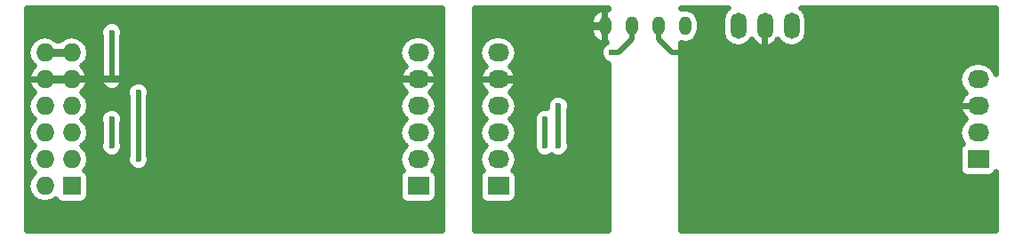
<source format=gbl>
G04 #@! TF.FileFunction,Copper,L2,Bot,Signal*
%FSLAX46Y46*%
G04 Gerber Fmt 4.6, Leading zero omitted, Abs format (unit mm)*
G04 Created by KiCad (PCBNEW 4.0.2+e4-6225~38~ubuntu15.10.1-stable) date Do 16 Jun 2016 08:59:28 CEST*
%MOMM*%
G01*
G04 APERTURE LIST*
%ADD10C,0.100000*%
%ADD11R,1.727200X1.727200*%
%ADD12O,1.727200X1.727200*%
%ADD13R,2.032000X1.727200*%
%ADD14O,2.032000X1.727200*%
%ADD15O,1.501140X2.499360*%
%ADD16O,1.200000X1.800000*%
%ADD17C,0.600000*%
%ADD18C,0.500000*%
%ADD19C,0.800000*%
%ADD20C,0.700000*%
G04 APERTURE END LIST*
D10*
D11*
X91440000Y-111760000D03*
D12*
X88900000Y-111760000D03*
X91440000Y-109220000D03*
X88900000Y-109220000D03*
X91440000Y-106680000D03*
X88900000Y-106680000D03*
X91440000Y-104140000D03*
X88900000Y-104140000D03*
X91440000Y-101600000D03*
X88900000Y-101600000D03*
X91440000Y-99060000D03*
X88900000Y-99060000D03*
D13*
X132080000Y-111760000D03*
D14*
X132080000Y-109220000D03*
X132080000Y-106680000D03*
X132080000Y-104140000D03*
X132080000Y-101600000D03*
X132080000Y-99060000D03*
D13*
X177800000Y-109220000D03*
D14*
X177800000Y-106680000D03*
X177800000Y-104140000D03*
X177800000Y-101600000D03*
D15*
X157480000Y-96520000D03*
X154940000Y-96520000D03*
X160020000Y-96520000D03*
D13*
X124460000Y-111760000D03*
D14*
X124460000Y-109220000D03*
X124460000Y-106680000D03*
X124460000Y-104140000D03*
X124460000Y-101600000D03*
X124460000Y-99060000D03*
D16*
X142240000Y-96520000D03*
X144780000Y-96520000D03*
X147320000Y-96520000D03*
X149860000Y-96520000D03*
D17*
X95250000Y-97155000D03*
X95250000Y-101600000D03*
X102235000Y-113665000D03*
X109220000Y-113665000D03*
X141605000Y-111760000D03*
X141605000Y-101600000D03*
X141605000Y-107950000D03*
X120650000Y-102235000D03*
X112395000Y-100330000D03*
X142875000Y-99060000D03*
X137795000Y-104140000D03*
X137795000Y-107950000D03*
X159385000Y-110490000D03*
X175260000Y-97790000D03*
X170815000Y-102235000D03*
X162560000Y-103505000D03*
X156845000Y-104775000D03*
X151765000Y-104775000D03*
X97790000Y-109220000D03*
X97790000Y-102870000D03*
X95250000Y-107950000D03*
X95250000Y-105410000D03*
X136525000Y-107950000D03*
X136525000Y-105410000D03*
D18*
X95250000Y-97155000D02*
X95250000Y-101600000D01*
X109220000Y-113665000D02*
X102235000Y-113665000D01*
X141605000Y-107950000D02*
X141605000Y-111760000D01*
X132080000Y-101600000D02*
X141605000Y-101600000D01*
X141605000Y-101600000D02*
X141605000Y-107950000D01*
D19*
X132080000Y-101600000D02*
X133985000Y-101600000D01*
X133985000Y-101600000D02*
X139065000Y-96520000D01*
X139065000Y-96520000D02*
X142240000Y-96520000D01*
D20*
X120650000Y-101600000D02*
X124460000Y-101600000D01*
X91440000Y-101600000D02*
X112395000Y-101600000D01*
D19*
X112395000Y-101600000D02*
X120650000Y-101600000D01*
D18*
X120650000Y-102235000D02*
X120650000Y-101600000D01*
X112395000Y-100330000D02*
X112395000Y-101600000D01*
D19*
X88900000Y-101600000D02*
X91440000Y-101600000D01*
D18*
X144780000Y-96520000D02*
X144780000Y-97790000D01*
X143510000Y-99060000D02*
X144780000Y-97790000D01*
X143510000Y-99060000D02*
X142875000Y-99060000D01*
X137795000Y-107950000D02*
X137795000Y-104140000D01*
D19*
X88900000Y-99060000D02*
X91440000Y-99060000D01*
D18*
X159385000Y-110490000D02*
X159385000Y-111760000D01*
X170815000Y-102235000D02*
X175260000Y-97790000D01*
X162560000Y-103505000D02*
X162560000Y-102235000D01*
X162560000Y-102235000D02*
X170815000Y-102235000D01*
X151765000Y-100330000D02*
X151765000Y-104775000D01*
X150495000Y-99060000D02*
X151765000Y-100330000D01*
X148590000Y-99060000D02*
X150495000Y-99060000D01*
X147320000Y-97790000D02*
X148590000Y-99060000D01*
X147320000Y-96520000D02*
X147320000Y-97790000D01*
X156845000Y-104775000D02*
X160020000Y-104775000D01*
X160020000Y-104775000D02*
X162560000Y-103505000D01*
X156845000Y-104775000D02*
X151765000Y-104775000D01*
X97790000Y-102870000D02*
X97790000Y-109220000D01*
X95250000Y-107950000D02*
X95250000Y-105410000D01*
X136525000Y-105410000D02*
X136525000Y-107950000D01*
G36*
X153878937Y-94920651D02*
X153553654Y-95407471D01*
X153439430Y-95981714D01*
X153439430Y-97058286D01*
X153553654Y-97632529D01*
X153878937Y-98119349D01*
X154365757Y-98444632D01*
X154940000Y-98558856D01*
X155514243Y-98444632D01*
X156001063Y-98119349D01*
X156220938Y-97790284D01*
X156454292Y-98115528D01*
X156951950Y-98424590D01*
X157196005Y-98492561D01*
X157430000Y-98331228D01*
X157430000Y-96570000D01*
X157410000Y-96570000D01*
X157410000Y-96470000D01*
X157430000Y-96470000D01*
X157430000Y-96450000D01*
X157530000Y-96450000D01*
X157530000Y-96470000D01*
X157550000Y-96470000D01*
X157550000Y-96570000D01*
X157530000Y-96570000D01*
X157530000Y-98331228D01*
X157763995Y-98492561D01*
X158008050Y-98424590D01*
X158505708Y-98115528D01*
X158739062Y-97790284D01*
X158958937Y-98119349D01*
X159445757Y-98444632D01*
X160020000Y-98558856D01*
X160594243Y-98444632D01*
X161081063Y-98119349D01*
X161406346Y-97632529D01*
X161520570Y-97058286D01*
X161520570Y-95981714D01*
X161406346Y-95407471D01*
X161081063Y-94920651D01*
X160907979Y-94805000D01*
X179515000Y-94805000D01*
X179515000Y-101169670D01*
X179477770Y-100982502D01*
X179127986Y-100459012D01*
X178604496Y-100109228D01*
X177986998Y-99986400D01*
X177613002Y-99986400D01*
X176995504Y-100109228D01*
X176472014Y-100459012D01*
X176122230Y-100982502D01*
X175999402Y-101600000D01*
X176122230Y-102217498D01*
X176472014Y-102740988D01*
X176683890Y-102882559D01*
X176471257Y-103034368D01*
X176137694Y-103568696D01*
X176062453Y-103838314D01*
X176222377Y-104090000D01*
X177750000Y-104090000D01*
X177750000Y-104070000D01*
X177850000Y-104070000D01*
X177850000Y-104090000D01*
X177870000Y-104090000D01*
X177870000Y-104190000D01*
X177850000Y-104190000D01*
X177850000Y-104210000D01*
X177750000Y-104210000D01*
X177750000Y-104190000D01*
X176222377Y-104190000D01*
X176062453Y-104441686D01*
X176137694Y-104711304D01*
X176471257Y-105245632D01*
X176683890Y-105397441D01*
X176472014Y-105539012D01*
X176122230Y-106062502D01*
X175999402Y-106680000D01*
X176122230Y-107297498D01*
X176399554Y-107712543D01*
X176250802Y-107808262D01*
X176079554Y-108058892D01*
X176019307Y-108356400D01*
X176019307Y-110083600D01*
X176071604Y-110361533D01*
X176235862Y-110616798D01*
X176486492Y-110788046D01*
X176784000Y-110848293D01*
X178816000Y-110848293D01*
X179093933Y-110795996D01*
X179349198Y-110631738D01*
X179515000Y-110389078D01*
X179515000Y-116015000D01*
X149475000Y-116015000D01*
X149475000Y-98125744D01*
X149860000Y-98202325D01*
X150376623Y-98099562D01*
X150814594Y-97806919D01*
X151107237Y-97368948D01*
X151210000Y-96852325D01*
X151210000Y-96187675D01*
X151107237Y-95671052D01*
X150814594Y-95233081D01*
X150376623Y-94940438D01*
X149860000Y-94837675D01*
X149475000Y-94914256D01*
X149475000Y-94805000D01*
X154052021Y-94805000D01*
X153878937Y-94920651D01*
X153878937Y-94920651D01*
G37*
X153878937Y-94920651D02*
X153553654Y-95407471D01*
X153439430Y-95981714D01*
X153439430Y-97058286D01*
X153553654Y-97632529D01*
X153878937Y-98119349D01*
X154365757Y-98444632D01*
X154940000Y-98558856D01*
X155514243Y-98444632D01*
X156001063Y-98119349D01*
X156220938Y-97790284D01*
X156454292Y-98115528D01*
X156951950Y-98424590D01*
X157196005Y-98492561D01*
X157430000Y-98331228D01*
X157430000Y-96570000D01*
X157410000Y-96570000D01*
X157410000Y-96470000D01*
X157430000Y-96470000D01*
X157430000Y-96450000D01*
X157530000Y-96450000D01*
X157530000Y-96470000D01*
X157550000Y-96470000D01*
X157550000Y-96570000D01*
X157530000Y-96570000D01*
X157530000Y-98331228D01*
X157763995Y-98492561D01*
X158008050Y-98424590D01*
X158505708Y-98115528D01*
X158739062Y-97790284D01*
X158958937Y-98119349D01*
X159445757Y-98444632D01*
X160020000Y-98558856D01*
X160594243Y-98444632D01*
X161081063Y-98119349D01*
X161406346Y-97632529D01*
X161520570Y-97058286D01*
X161520570Y-95981714D01*
X161406346Y-95407471D01*
X161081063Y-94920651D01*
X160907979Y-94805000D01*
X179515000Y-94805000D01*
X179515000Y-101169670D01*
X179477770Y-100982502D01*
X179127986Y-100459012D01*
X178604496Y-100109228D01*
X177986998Y-99986400D01*
X177613002Y-99986400D01*
X176995504Y-100109228D01*
X176472014Y-100459012D01*
X176122230Y-100982502D01*
X175999402Y-101600000D01*
X176122230Y-102217498D01*
X176472014Y-102740988D01*
X176683890Y-102882559D01*
X176471257Y-103034368D01*
X176137694Y-103568696D01*
X176062453Y-103838314D01*
X176222377Y-104090000D01*
X177750000Y-104090000D01*
X177750000Y-104070000D01*
X177850000Y-104070000D01*
X177850000Y-104090000D01*
X177870000Y-104090000D01*
X177870000Y-104190000D01*
X177850000Y-104190000D01*
X177850000Y-104210000D01*
X177750000Y-104210000D01*
X177750000Y-104190000D01*
X176222377Y-104190000D01*
X176062453Y-104441686D01*
X176137694Y-104711304D01*
X176471257Y-105245632D01*
X176683890Y-105397441D01*
X176472014Y-105539012D01*
X176122230Y-106062502D01*
X175999402Y-106680000D01*
X176122230Y-107297498D01*
X176399554Y-107712543D01*
X176250802Y-107808262D01*
X176079554Y-108058892D01*
X176019307Y-108356400D01*
X176019307Y-110083600D01*
X176071604Y-110361533D01*
X176235862Y-110616798D01*
X176486492Y-110788046D01*
X176784000Y-110848293D01*
X178816000Y-110848293D01*
X179093933Y-110795996D01*
X179349198Y-110631738D01*
X179515000Y-110389078D01*
X179515000Y-116015000D01*
X149475000Y-116015000D01*
X149475000Y-98125744D01*
X149860000Y-98202325D01*
X150376623Y-98099562D01*
X150814594Y-97806919D01*
X151107237Y-97368948D01*
X151210000Y-96852325D01*
X151210000Y-96187675D01*
X151107237Y-95671052D01*
X150814594Y-95233081D01*
X150376623Y-94940438D01*
X149860000Y-94837675D01*
X149475000Y-94914256D01*
X149475000Y-94805000D01*
X154052021Y-94805000D01*
X153878937Y-94920651D01*
G36*
X142625000Y-94929924D02*
X142500426Y-94895357D01*
X142290000Y-95058576D01*
X142290000Y-96470000D01*
X142310000Y-96470000D01*
X142310000Y-96570000D01*
X142290000Y-96570000D01*
X142290000Y-97981424D01*
X142444932Y-98101599D01*
X142281000Y-98169334D01*
X141985372Y-98464446D01*
X141825182Y-98850226D01*
X141824818Y-99267942D01*
X141984334Y-99654000D01*
X142279446Y-99949628D01*
X142625000Y-100093115D01*
X142625000Y-116015000D01*
X129790000Y-116015000D01*
X129790000Y-104140000D01*
X130279402Y-104140000D01*
X130402230Y-104757498D01*
X130752014Y-105280988D01*
X130945095Y-105410000D01*
X130752014Y-105539012D01*
X130402230Y-106062502D01*
X130279402Y-106680000D01*
X130402230Y-107297498D01*
X130752014Y-107820988D01*
X130945095Y-107950000D01*
X130752014Y-108079012D01*
X130402230Y-108602502D01*
X130279402Y-109220000D01*
X130402230Y-109837498D01*
X130679554Y-110252543D01*
X130530802Y-110348262D01*
X130359554Y-110598892D01*
X130299307Y-110896400D01*
X130299307Y-112623600D01*
X130351604Y-112901533D01*
X130515862Y-113156798D01*
X130766492Y-113328046D01*
X131064000Y-113388293D01*
X133096000Y-113388293D01*
X133373933Y-113335996D01*
X133629198Y-113171738D01*
X133800446Y-112921108D01*
X133860693Y-112623600D01*
X133860693Y-110896400D01*
X133808396Y-110618467D01*
X133644138Y-110363202D01*
X133480991Y-110251728D01*
X133757770Y-109837498D01*
X133880598Y-109220000D01*
X133757770Y-108602502D01*
X133407986Y-108079012D01*
X133214905Y-107950000D01*
X133407986Y-107820988D01*
X133757770Y-107297498D01*
X133880598Y-106680000D01*
X133757770Y-106062502D01*
X133460726Y-105617942D01*
X135474818Y-105617942D01*
X135525000Y-105739392D01*
X135525000Y-107620251D01*
X135475182Y-107740226D01*
X135474818Y-108157942D01*
X135634334Y-108544000D01*
X135929446Y-108839628D01*
X136315226Y-108999818D01*
X136732942Y-109000182D01*
X137119000Y-108840666D01*
X137159812Y-108799925D01*
X137199446Y-108839628D01*
X137585226Y-108999818D01*
X138002942Y-109000182D01*
X138389000Y-108840666D01*
X138684628Y-108545554D01*
X138844818Y-108159774D01*
X138845182Y-107742058D01*
X138795000Y-107620608D01*
X138795000Y-104469749D01*
X138844818Y-104349774D01*
X138845182Y-103932058D01*
X138685666Y-103546000D01*
X138390554Y-103250372D01*
X138004774Y-103090182D01*
X137587058Y-103089818D01*
X137201000Y-103249334D01*
X136905372Y-103544446D01*
X136745182Y-103930226D01*
X136744818Y-104347942D01*
X136753003Y-104367751D01*
X136734774Y-104360182D01*
X136317058Y-104359818D01*
X135931000Y-104519334D01*
X135635372Y-104814446D01*
X135475182Y-105200226D01*
X135474818Y-105617942D01*
X133460726Y-105617942D01*
X133407986Y-105539012D01*
X133214905Y-105410000D01*
X133407986Y-105280988D01*
X133757770Y-104757498D01*
X133880598Y-104140000D01*
X133757770Y-103522502D01*
X133407986Y-102999012D01*
X133196110Y-102857441D01*
X133408743Y-102705632D01*
X133742306Y-102171304D01*
X133817547Y-101901686D01*
X133657623Y-101650000D01*
X132130000Y-101650000D01*
X132130000Y-101670000D01*
X132030000Y-101670000D01*
X132030000Y-101650000D01*
X130502377Y-101650000D01*
X130342453Y-101901686D01*
X130417694Y-102171304D01*
X130751257Y-102705632D01*
X130963890Y-102857441D01*
X130752014Y-102999012D01*
X130402230Y-103522502D01*
X130279402Y-104140000D01*
X129790000Y-104140000D01*
X129790000Y-99060000D01*
X130279402Y-99060000D01*
X130402230Y-99677498D01*
X130752014Y-100200988D01*
X130963890Y-100342559D01*
X130751257Y-100494368D01*
X130417694Y-101028696D01*
X130342453Y-101298314D01*
X130502377Y-101550000D01*
X132030000Y-101550000D01*
X132030000Y-101530000D01*
X132130000Y-101530000D01*
X132130000Y-101550000D01*
X133657623Y-101550000D01*
X133817547Y-101298314D01*
X133742306Y-101028696D01*
X133408743Y-100494368D01*
X133196110Y-100342559D01*
X133407986Y-100200988D01*
X133757770Y-99677498D01*
X133880598Y-99060000D01*
X133757770Y-98442502D01*
X133407986Y-97919012D01*
X132884496Y-97569228D01*
X132266998Y-97446400D01*
X131893002Y-97446400D01*
X131275504Y-97569228D01*
X130752014Y-97919012D01*
X130402230Y-98442502D01*
X130279402Y-99060000D01*
X129790000Y-99060000D01*
X129790000Y-96570000D01*
X140890000Y-96570000D01*
X140890000Y-96870000D01*
X141011897Y-97382817D01*
X141320762Y-97809950D01*
X141769572Y-98086372D01*
X141979574Y-98144643D01*
X142190000Y-97981424D01*
X142190000Y-96570000D01*
X140890000Y-96570000D01*
X129790000Y-96570000D01*
X129790000Y-96170000D01*
X140890000Y-96170000D01*
X140890000Y-96470000D01*
X142190000Y-96470000D01*
X142190000Y-95058576D01*
X141979574Y-94895357D01*
X141769572Y-94953628D01*
X141320762Y-95230050D01*
X141011897Y-95657183D01*
X140890000Y-96170000D01*
X129790000Y-96170000D01*
X129790000Y-94805000D01*
X142625000Y-94805000D01*
X142625000Y-94929924D01*
X142625000Y-94929924D01*
G37*
X142625000Y-94929924D02*
X142500426Y-94895357D01*
X142290000Y-95058576D01*
X142290000Y-96470000D01*
X142310000Y-96470000D01*
X142310000Y-96570000D01*
X142290000Y-96570000D01*
X142290000Y-97981424D01*
X142444932Y-98101599D01*
X142281000Y-98169334D01*
X141985372Y-98464446D01*
X141825182Y-98850226D01*
X141824818Y-99267942D01*
X141984334Y-99654000D01*
X142279446Y-99949628D01*
X142625000Y-100093115D01*
X142625000Y-116015000D01*
X129790000Y-116015000D01*
X129790000Y-104140000D01*
X130279402Y-104140000D01*
X130402230Y-104757498D01*
X130752014Y-105280988D01*
X130945095Y-105410000D01*
X130752014Y-105539012D01*
X130402230Y-106062502D01*
X130279402Y-106680000D01*
X130402230Y-107297498D01*
X130752014Y-107820988D01*
X130945095Y-107950000D01*
X130752014Y-108079012D01*
X130402230Y-108602502D01*
X130279402Y-109220000D01*
X130402230Y-109837498D01*
X130679554Y-110252543D01*
X130530802Y-110348262D01*
X130359554Y-110598892D01*
X130299307Y-110896400D01*
X130299307Y-112623600D01*
X130351604Y-112901533D01*
X130515862Y-113156798D01*
X130766492Y-113328046D01*
X131064000Y-113388293D01*
X133096000Y-113388293D01*
X133373933Y-113335996D01*
X133629198Y-113171738D01*
X133800446Y-112921108D01*
X133860693Y-112623600D01*
X133860693Y-110896400D01*
X133808396Y-110618467D01*
X133644138Y-110363202D01*
X133480991Y-110251728D01*
X133757770Y-109837498D01*
X133880598Y-109220000D01*
X133757770Y-108602502D01*
X133407986Y-108079012D01*
X133214905Y-107950000D01*
X133407986Y-107820988D01*
X133757770Y-107297498D01*
X133880598Y-106680000D01*
X133757770Y-106062502D01*
X133460726Y-105617942D01*
X135474818Y-105617942D01*
X135525000Y-105739392D01*
X135525000Y-107620251D01*
X135475182Y-107740226D01*
X135474818Y-108157942D01*
X135634334Y-108544000D01*
X135929446Y-108839628D01*
X136315226Y-108999818D01*
X136732942Y-109000182D01*
X137119000Y-108840666D01*
X137159812Y-108799925D01*
X137199446Y-108839628D01*
X137585226Y-108999818D01*
X138002942Y-109000182D01*
X138389000Y-108840666D01*
X138684628Y-108545554D01*
X138844818Y-108159774D01*
X138845182Y-107742058D01*
X138795000Y-107620608D01*
X138795000Y-104469749D01*
X138844818Y-104349774D01*
X138845182Y-103932058D01*
X138685666Y-103546000D01*
X138390554Y-103250372D01*
X138004774Y-103090182D01*
X137587058Y-103089818D01*
X137201000Y-103249334D01*
X136905372Y-103544446D01*
X136745182Y-103930226D01*
X136744818Y-104347942D01*
X136753003Y-104367751D01*
X136734774Y-104360182D01*
X136317058Y-104359818D01*
X135931000Y-104519334D01*
X135635372Y-104814446D01*
X135475182Y-105200226D01*
X135474818Y-105617942D01*
X133460726Y-105617942D01*
X133407986Y-105539012D01*
X133214905Y-105410000D01*
X133407986Y-105280988D01*
X133757770Y-104757498D01*
X133880598Y-104140000D01*
X133757770Y-103522502D01*
X133407986Y-102999012D01*
X133196110Y-102857441D01*
X133408743Y-102705632D01*
X133742306Y-102171304D01*
X133817547Y-101901686D01*
X133657623Y-101650000D01*
X132130000Y-101650000D01*
X132130000Y-101670000D01*
X132030000Y-101670000D01*
X132030000Y-101650000D01*
X130502377Y-101650000D01*
X130342453Y-101901686D01*
X130417694Y-102171304D01*
X130751257Y-102705632D01*
X130963890Y-102857441D01*
X130752014Y-102999012D01*
X130402230Y-103522502D01*
X130279402Y-104140000D01*
X129790000Y-104140000D01*
X129790000Y-99060000D01*
X130279402Y-99060000D01*
X130402230Y-99677498D01*
X130752014Y-100200988D01*
X130963890Y-100342559D01*
X130751257Y-100494368D01*
X130417694Y-101028696D01*
X130342453Y-101298314D01*
X130502377Y-101550000D01*
X132030000Y-101550000D01*
X132030000Y-101530000D01*
X132130000Y-101530000D01*
X132130000Y-101550000D01*
X133657623Y-101550000D01*
X133817547Y-101298314D01*
X133742306Y-101028696D01*
X133408743Y-100494368D01*
X133196110Y-100342559D01*
X133407986Y-100200988D01*
X133757770Y-99677498D01*
X133880598Y-99060000D01*
X133757770Y-98442502D01*
X133407986Y-97919012D01*
X132884496Y-97569228D01*
X132266998Y-97446400D01*
X131893002Y-97446400D01*
X131275504Y-97569228D01*
X130752014Y-97919012D01*
X130402230Y-98442502D01*
X130279402Y-99060000D01*
X129790000Y-99060000D01*
X129790000Y-96570000D01*
X140890000Y-96570000D01*
X140890000Y-96870000D01*
X141011897Y-97382817D01*
X141320762Y-97809950D01*
X141769572Y-98086372D01*
X141979574Y-98144643D01*
X142190000Y-97981424D01*
X142190000Y-96570000D01*
X140890000Y-96570000D01*
X129790000Y-96570000D01*
X129790000Y-96170000D01*
X140890000Y-96170000D01*
X140890000Y-96470000D01*
X142190000Y-96470000D01*
X142190000Y-95058576D01*
X141979574Y-94895357D01*
X141769572Y-94953628D01*
X141320762Y-95230050D01*
X141011897Y-95657183D01*
X140890000Y-96170000D01*
X129790000Y-96170000D01*
X129790000Y-94805000D01*
X142625000Y-94805000D01*
X142625000Y-94929924D01*
G36*
X126750000Y-116015000D02*
X87185000Y-116015000D01*
X87185000Y-104140000D01*
X87254788Y-104140000D01*
X87377616Y-104757498D01*
X87727400Y-105280988D01*
X87920481Y-105410000D01*
X87727400Y-105539012D01*
X87377616Y-106062502D01*
X87254788Y-106680000D01*
X87377616Y-107297498D01*
X87727400Y-107820988D01*
X87920481Y-107950000D01*
X87727400Y-108079012D01*
X87377616Y-108602502D01*
X87254788Y-109220000D01*
X87377616Y-109837498D01*
X87727400Y-110360988D01*
X87920481Y-110490000D01*
X87727400Y-110619012D01*
X87377616Y-111142502D01*
X87254788Y-111760000D01*
X87377616Y-112377498D01*
X87727400Y-112900988D01*
X88250890Y-113250772D01*
X88868388Y-113373600D01*
X88931612Y-113373600D01*
X89549110Y-113250772D01*
X89926479Y-112998623D01*
X90028262Y-113156798D01*
X90278892Y-113328046D01*
X90576400Y-113388293D01*
X92303600Y-113388293D01*
X92581533Y-113335996D01*
X92836798Y-113171738D01*
X93008046Y-112921108D01*
X93068293Y-112623600D01*
X93068293Y-110896400D01*
X93015996Y-110618467D01*
X92851738Y-110363202D01*
X92686541Y-110250328D01*
X92962384Y-109837498D01*
X93085212Y-109220000D01*
X92962384Y-108602502D01*
X92612600Y-108079012D01*
X92419519Y-107950000D01*
X92612600Y-107820988D01*
X92962384Y-107297498D01*
X93085212Y-106680000D01*
X92962384Y-106062502D01*
X92665340Y-105617942D01*
X94199818Y-105617942D01*
X94250000Y-105739392D01*
X94250000Y-107620251D01*
X94200182Y-107740226D01*
X94199818Y-108157942D01*
X94359334Y-108544000D01*
X94654446Y-108839628D01*
X95040226Y-108999818D01*
X95457942Y-109000182D01*
X95844000Y-108840666D01*
X96139628Y-108545554D01*
X96299818Y-108159774D01*
X96300182Y-107742058D01*
X96250000Y-107620608D01*
X96250000Y-105739749D01*
X96299818Y-105619774D01*
X96300182Y-105202058D01*
X96140666Y-104816000D01*
X95845554Y-104520372D01*
X95459774Y-104360182D01*
X95042058Y-104359818D01*
X94656000Y-104519334D01*
X94360372Y-104814446D01*
X94200182Y-105200226D01*
X94199818Y-105617942D01*
X92665340Y-105617942D01*
X92612600Y-105539012D01*
X92419519Y-105410000D01*
X92612600Y-105280988D01*
X92962384Y-104757498D01*
X93085212Y-104140000D01*
X92962384Y-103522502D01*
X92665340Y-103077942D01*
X96739818Y-103077942D01*
X96790000Y-103199392D01*
X96790000Y-108890251D01*
X96740182Y-109010226D01*
X96739818Y-109427942D01*
X96899334Y-109814000D01*
X97194446Y-110109628D01*
X97580226Y-110269818D01*
X97997942Y-110270182D01*
X98384000Y-110110666D01*
X98679628Y-109815554D01*
X98839818Y-109429774D01*
X98840182Y-109012058D01*
X98790000Y-108890608D01*
X98790000Y-104140000D01*
X122659402Y-104140000D01*
X122782230Y-104757498D01*
X123132014Y-105280988D01*
X123325095Y-105410000D01*
X123132014Y-105539012D01*
X122782230Y-106062502D01*
X122659402Y-106680000D01*
X122782230Y-107297498D01*
X123132014Y-107820988D01*
X123325095Y-107950000D01*
X123132014Y-108079012D01*
X122782230Y-108602502D01*
X122659402Y-109220000D01*
X122782230Y-109837498D01*
X123059554Y-110252543D01*
X122910802Y-110348262D01*
X122739554Y-110598892D01*
X122679307Y-110896400D01*
X122679307Y-112623600D01*
X122731604Y-112901533D01*
X122895862Y-113156798D01*
X123146492Y-113328046D01*
X123444000Y-113388293D01*
X125476000Y-113388293D01*
X125753933Y-113335996D01*
X126009198Y-113171738D01*
X126180446Y-112921108D01*
X126240693Y-112623600D01*
X126240693Y-110896400D01*
X126188396Y-110618467D01*
X126024138Y-110363202D01*
X125860991Y-110251728D01*
X126137770Y-109837498D01*
X126260598Y-109220000D01*
X126137770Y-108602502D01*
X125787986Y-108079012D01*
X125594905Y-107950000D01*
X125787986Y-107820988D01*
X126137770Y-107297498D01*
X126260598Y-106680000D01*
X126137770Y-106062502D01*
X125787986Y-105539012D01*
X125594905Y-105410000D01*
X125787986Y-105280988D01*
X126137770Y-104757498D01*
X126260598Y-104140000D01*
X126137770Y-103522502D01*
X125787986Y-102999012D01*
X125576110Y-102857441D01*
X125788743Y-102705632D01*
X126122306Y-102171304D01*
X126197547Y-101901686D01*
X126037623Y-101650000D01*
X124510000Y-101650000D01*
X124510000Y-101670000D01*
X124410000Y-101670000D01*
X124410000Y-101650000D01*
X122882377Y-101650000D01*
X122722453Y-101901686D01*
X122797694Y-102171304D01*
X123131257Y-102705632D01*
X123343890Y-102857441D01*
X123132014Y-102999012D01*
X122782230Y-103522502D01*
X122659402Y-104140000D01*
X98790000Y-104140000D01*
X98790000Y-103199749D01*
X98839818Y-103079774D01*
X98840182Y-102662058D01*
X98680666Y-102276000D01*
X98385554Y-101980372D01*
X97999774Y-101820182D01*
X97582058Y-101819818D01*
X97196000Y-101979334D01*
X96900372Y-102274446D01*
X96740182Y-102660226D01*
X96739818Y-103077942D01*
X92665340Y-103077942D01*
X92612600Y-102999012D01*
X92411285Y-102864498D01*
X92774196Y-102507546D01*
X93019939Y-101927888D01*
X93025147Y-101901686D01*
X92865223Y-101650000D01*
X91490000Y-101650000D01*
X91490000Y-101670000D01*
X91390000Y-101670000D01*
X91390000Y-101650000D01*
X88950000Y-101650000D01*
X88950000Y-101670000D01*
X88850000Y-101670000D01*
X88850000Y-101650000D01*
X87474777Y-101650000D01*
X87314853Y-101901686D01*
X87320061Y-101927888D01*
X87565804Y-102507546D01*
X87928715Y-102864498D01*
X87727400Y-102999012D01*
X87377616Y-103522502D01*
X87254788Y-104140000D01*
X87185000Y-104140000D01*
X87185000Y-99060000D01*
X87254788Y-99060000D01*
X87377616Y-99677498D01*
X87727400Y-100200988D01*
X87928715Y-100335502D01*
X87565804Y-100692454D01*
X87320061Y-101272112D01*
X87314853Y-101298314D01*
X87474777Y-101550000D01*
X88850000Y-101550000D01*
X88850000Y-101530000D01*
X88950000Y-101530000D01*
X88950000Y-101550000D01*
X91390000Y-101550000D01*
X91390000Y-101530000D01*
X91490000Y-101530000D01*
X91490000Y-101550000D01*
X92865223Y-101550000D01*
X93025147Y-101298314D01*
X93019939Y-101272112D01*
X92774196Y-100692454D01*
X92411285Y-100335502D01*
X92612600Y-100200988D01*
X92962384Y-99677498D01*
X93085212Y-99060000D01*
X92962384Y-98442502D01*
X92612600Y-97919012D01*
X92089110Y-97569228D01*
X91471612Y-97446400D01*
X91408388Y-97446400D01*
X90790890Y-97569228D01*
X90280887Y-97910000D01*
X90059113Y-97910000D01*
X89549110Y-97569228D01*
X88931612Y-97446400D01*
X88868388Y-97446400D01*
X88250890Y-97569228D01*
X87727400Y-97919012D01*
X87377616Y-98442502D01*
X87254788Y-99060000D01*
X87185000Y-99060000D01*
X87185000Y-97362942D01*
X94199818Y-97362942D01*
X94250000Y-97484392D01*
X94250000Y-101270251D01*
X94200182Y-101390226D01*
X94199818Y-101807942D01*
X94359334Y-102194000D01*
X94654446Y-102489628D01*
X95040226Y-102649818D01*
X95457942Y-102650182D01*
X95844000Y-102490666D01*
X96139628Y-102195554D01*
X96299818Y-101809774D01*
X96300182Y-101392058D01*
X96250000Y-101270608D01*
X96250000Y-99060000D01*
X122659402Y-99060000D01*
X122782230Y-99677498D01*
X123132014Y-100200988D01*
X123343890Y-100342559D01*
X123131257Y-100494368D01*
X122797694Y-101028696D01*
X122722453Y-101298314D01*
X122882377Y-101550000D01*
X124410000Y-101550000D01*
X124410000Y-101530000D01*
X124510000Y-101530000D01*
X124510000Y-101550000D01*
X126037623Y-101550000D01*
X126197547Y-101298314D01*
X126122306Y-101028696D01*
X125788743Y-100494368D01*
X125576110Y-100342559D01*
X125787986Y-100200988D01*
X126137770Y-99677498D01*
X126260598Y-99060000D01*
X126137770Y-98442502D01*
X125787986Y-97919012D01*
X125264496Y-97569228D01*
X124646998Y-97446400D01*
X124273002Y-97446400D01*
X123655504Y-97569228D01*
X123132014Y-97919012D01*
X122782230Y-98442502D01*
X122659402Y-99060000D01*
X96250000Y-99060000D01*
X96250000Y-97484749D01*
X96299818Y-97364774D01*
X96300182Y-96947058D01*
X96140666Y-96561000D01*
X95845554Y-96265372D01*
X95459774Y-96105182D01*
X95042058Y-96104818D01*
X94656000Y-96264334D01*
X94360372Y-96559446D01*
X94200182Y-96945226D01*
X94199818Y-97362942D01*
X87185000Y-97362942D01*
X87185000Y-94805000D01*
X126750000Y-94805000D01*
X126750000Y-116015000D01*
X126750000Y-116015000D01*
G37*
X126750000Y-116015000D02*
X87185000Y-116015000D01*
X87185000Y-104140000D01*
X87254788Y-104140000D01*
X87377616Y-104757498D01*
X87727400Y-105280988D01*
X87920481Y-105410000D01*
X87727400Y-105539012D01*
X87377616Y-106062502D01*
X87254788Y-106680000D01*
X87377616Y-107297498D01*
X87727400Y-107820988D01*
X87920481Y-107950000D01*
X87727400Y-108079012D01*
X87377616Y-108602502D01*
X87254788Y-109220000D01*
X87377616Y-109837498D01*
X87727400Y-110360988D01*
X87920481Y-110490000D01*
X87727400Y-110619012D01*
X87377616Y-111142502D01*
X87254788Y-111760000D01*
X87377616Y-112377498D01*
X87727400Y-112900988D01*
X88250890Y-113250772D01*
X88868388Y-113373600D01*
X88931612Y-113373600D01*
X89549110Y-113250772D01*
X89926479Y-112998623D01*
X90028262Y-113156798D01*
X90278892Y-113328046D01*
X90576400Y-113388293D01*
X92303600Y-113388293D01*
X92581533Y-113335996D01*
X92836798Y-113171738D01*
X93008046Y-112921108D01*
X93068293Y-112623600D01*
X93068293Y-110896400D01*
X93015996Y-110618467D01*
X92851738Y-110363202D01*
X92686541Y-110250328D01*
X92962384Y-109837498D01*
X93085212Y-109220000D01*
X92962384Y-108602502D01*
X92612600Y-108079012D01*
X92419519Y-107950000D01*
X92612600Y-107820988D01*
X92962384Y-107297498D01*
X93085212Y-106680000D01*
X92962384Y-106062502D01*
X92665340Y-105617942D01*
X94199818Y-105617942D01*
X94250000Y-105739392D01*
X94250000Y-107620251D01*
X94200182Y-107740226D01*
X94199818Y-108157942D01*
X94359334Y-108544000D01*
X94654446Y-108839628D01*
X95040226Y-108999818D01*
X95457942Y-109000182D01*
X95844000Y-108840666D01*
X96139628Y-108545554D01*
X96299818Y-108159774D01*
X96300182Y-107742058D01*
X96250000Y-107620608D01*
X96250000Y-105739749D01*
X96299818Y-105619774D01*
X96300182Y-105202058D01*
X96140666Y-104816000D01*
X95845554Y-104520372D01*
X95459774Y-104360182D01*
X95042058Y-104359818D01*
X94656000Y-104519334D01*
X94360372Y-104814446D01*
X94200182Y-105200226D01*
X94199818Y-105617942D01*
X92665340Y-105617942D01*
X92612600Y-105539012D01*
X92419519Y-105410000D01*
X92612600Y-105280988D01*
X92962384Y-104757498D01*
X93085212Y-104140000D01*
X92962384Y-103522502D01*
X92665340Y-103077942D01*
X96739818Y-103077942D01*
X96790000Y-103199392D01*
X96790000Y-108890251D01*
X96740182Y-109010226D01*
X96739818Y-109427942D01*
X96899334Y-109814000D01*
X97194446Y-110109628D01*
X97580226Y-110269818D01*
X97997942Y-110270182D01*
X98384000Y-110110666D01*
X98679628Y-109815554D01*
X98839818Y-109429774D01*
X98840182Y-109012058D01*
X98790000Y-108890608D01*
X98790000Y-104140000D01*
X122659402Y-104140000D01*
X122782230Y-104757498D01*
X123132014Y-105280988D01*
X123325095Y-105410000D01*
X123132014Y-105539012D01*
X122782230Y-106062502D01*
X122659402Y-106680000D01*
X122782230Y-107297498D01*
X123132014Y-107820988D01*
X123325095Y-107950000D01*
X123132014Y-108079012D01*
X122782230Y-108602502D01*
X122659402Y-109220000D01*
X122782230Y-109837498D01*
X123059554Y-110252543D01*
X122910802Y-110348262D01*
X122739554Y-110598892D01*
X122679307Y-110896400D01*
X122679307Y-112623600D01*
X122731604Y-112901533D01*
X122895862Y-113156798D01*
X123146492Y-113328046D01*
X123444000Y-113388293D01*
X125476000Y-113388293D01*
X125753933Y-113335996D01*
X126009198Y-113171738D01*
X126180446Y-112921108D01*
X126240693Y-112623600D01*
X126240693Y-110896400D01*
X126188396Y-110618467D01*
X126024138Y-110363202D01*
X125860991Y-110251728D01*
X126137770Y-109837498D01*
X126260598Y-109220000D01*
X126137770Y-108602502D01*
X125787986Y-108079012D01*
X125594905Y-107950000D01*
X125787986Y-107820988D01*
X126137770Y-107297498D01*
X126260598Y-106680000D01*
X126137770Y-106062502D01*
X125787986Y-105539012D01*
X125594905Y-105410000D01*
X125787986Y-105280988D01*
X126137770Y-104757498D01*
X126260598Y-104140000D01*
X126137770Y-103522502D01*
X125787986Y-102999012D01*
X125576110Y-102857441D01*
X125788743Y-102705632D01*
X126122306Y-102171304D01*
X126197547Y-101901686D01*
X126037623Y-101650000D01*
X124510000Y-101650000D01*
X124510000Y-101670000D01*
X124410000Y-101670000D01*
X124410000Y-101650000D01*
X122882377Y-101650000D01*
X122722453Y-101901686D01*
X122797694Y-102171304D01*
X123131257Y-102705632D01*
X123343890Y-102857441D01*
X123132014Y-102999012D01*
X122782230Y-103522502D01*
X122659402Y-104140000D01*
X98790000Y-104140000D01*
X98790000Y-103199749D01*
X98839818Y-103079774D01*
X98840182Y-102662058D01*
X98680666Y-102276000D01*
X98385554Y-101980372D01*
X97999774Y-101820182D01*
X97582058Y-101819818D01*
X97196000Y-101979334D01*
X96900372Y-102274446D01*
X96740182Y-102660226D01*
X96739818Y-103077942D01*
X92665340Y-103077942D01*
X92612600Y-102999012D01*
X92411285Y-102864498D01*
X92774196Y-102507546D01*
X93019939Y-101927888D01*
X93025147Y-101901686D01*
X92865223Y-101650000D01*
X91490000Y-101650000D01*
X91490000Y-101670000D01*
X91390000Y-101670000D01*
X91390000Y-101650000D01*
X88950000Y-101650000D01*
X88950000Y-101670000D01*
X88850000Y-101670000D01*
X88850000Y-101650000D01*
X87474777Y-101650000D01*
X87314853Y-101901686D01*
X87320061Y-101927888D01*
X87565804Y-102507546D01*
X87928715Y-102864498D01*
X87727400Y-102999012D01*
X87377616Y-103522502D01*
X87254788Y-104140000D01*
X87185000Y-104140000D01*
X87185000Y-99060000D01*
X87254788Y-99060000D01*
X87377616Y-99677498D01*
X87727400Y-100200988D01*
X87928715Y-100335502D01*
X87565804Y-100692454D01*
X87320061Y-101272112D01*
X87314853Y-101298314D01*
X87474777Y-101550000D01*
X88850000Y-101550000D01*
X88850000Y-101530000D01*
X88950000Y-101530000D01*
X88950000Y-101550000D01*
X91390000Y-101550000D01*
X91390000Y-101530000D01*
X91490000Y-101530000D01*
X91490000Y-101550000D01*
X92865223Y-101550000D01*
X93025147Y-101298314D01*
X93019939Y-101272112D01*
X92774196Y-100692454D01*
X92411285Y-100335502D01*
X92612600Y-100200988D01*
X92962384Y-99677498D01*
X93085212Y-99060000D01*
X92962384Y-98442502D01*
X92612600Y-97919012D01*
X92089110Y-97569228D01*
X91471612Y-97446400D01*
X91408388Y-97446400D01*
X90790890Y-97569228D01*
X90280887Y-97910000D01*
X90059113Y-97910000D01*
X89549110Y-97569228D01*
X88931612Y-97446400D01*
X88868388Y-97446400D01*
X88250890Y-97569228D01*
X87727400Y-97919012D01*
X87377616Y-98442502D01*
X87254788Y-99060000D01*
X87185000Y-99060000D01*
X87185000Y-97362942D01*
X94199818Y-97362942D01*
X94250000Y-97484392D01*
X94250000Y-101270251D01*
X94200182Y-101390226D01*
X94199818Y-101807942D01*
X94359334Y-102194000D01*
X94654446Y-102489628D01*
X95040226Y-102649818D01*
X95457942Y-102650182D01*
X95844000Y-102490666D01*
X96139628Y-102195554D01*
X96299818Y-101809774D01*
X96300182Y-101392058D01*
X96250000Y-101270608D01*
X96250000Y-99060000D01*
X122659402Y-99060000D01*
X122782230Y-99677498D01*
X123132014Y-100200988D01*
X123343890Y-100342559D01*
X123131257Y-100494368D01*
X122797694Y-101028696D01*
X122722453Y-101298314D01*
X122882377Y-101550000D01*
X124410000Y-101550000D01*
X124410000Y-101530000D01*
X124510000Y-101530000D01*
X124510000Y-101550000D01*
X126037623Y-101550000D01*
X126197547Y-101298314D01*
X126122306Y-101028696D01*
X125788743Y-100494368D01*
X125576110Y-100342559D01*
X125787986Y-100200988D01*
X126137770Y-99677498D01*
X126260598Y-99060000D01*
X126137770Y-98442502D01*
X125787986Y-97919012D01*
X125264496Y-97569228D01*
X124646998Y-97446400D01*
X124273002Y-97446400D01*
X123655504Y-97569228D01*
X123132014Y-97919012D01*
X122782230Y-98442502D01*
X122659402Y-99060000D01*
X96250000Y-99060000D01*
X96250000Y-97484749D01*
X96299818Y-97364774D01*
X96300182Y-96947058D01*
X96140666Y-96561000D01*
X95845554Y-96265372D01*
X95459774Y-96105182D01*
X95042058Y-96104818D01*
X94656000Y-96264334D01*
X94360372Y-96559446D01*
X94200182Y-96945226D01*
X94199818Y-97362942D01*
X87185000Y-97362942D01*
X87185000Y-94805000D01*
X126750000Y-94805000D01*
X126750000Y-116015000D01*
M02*

</source>
